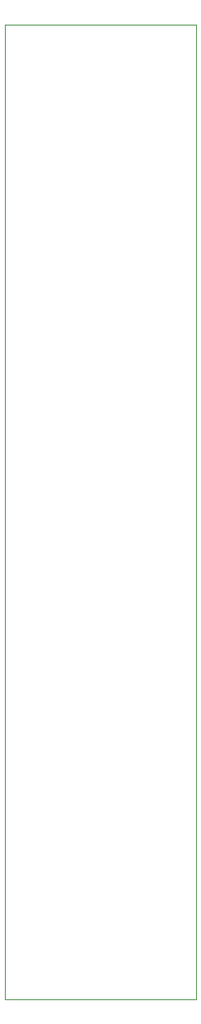
<source format=gbr>
%TF.GenerationSoftware,KiCad,Pcbnew,(5.1.6-0)*%
%TF.CreationDate,2023-01-04T15:54:57-05:00*%
%TF.ProjectId,LFO2,4c464f32-2e6b-4696-9361-645f70636258,rev?*%
%TF.SameCoordinates,Original*%
%TF.FileFunction,Profile,NP*%
%FSLAX46Y46*%
G04 Gerber Fmt 4.6, Leading zero omitted, Abs format (unit mm)*
G04 Created by KiCad (PCBNEW (5.1.6-0)) date 2023-01-04 15:54:57*
%MOMM*%
%LPD*%
G01*
G04 APERTURE LIST*
%TA.AperFunction,Profile*%
%ADD10C,0.100000*%
%TD*%
G04 APERTURE END LIST*
D10*
X63500000Y-138430000D02*
X63500000Y-38100000D01*
X83185000Y-138430000D02*
X63500000Y-138430000D01*
X83185000Y-38100000D02*
X83185000Y-138430000D01*
X63500000Y-38100000D02*
X83185000Y-38100000D01*
M02*

</source>
